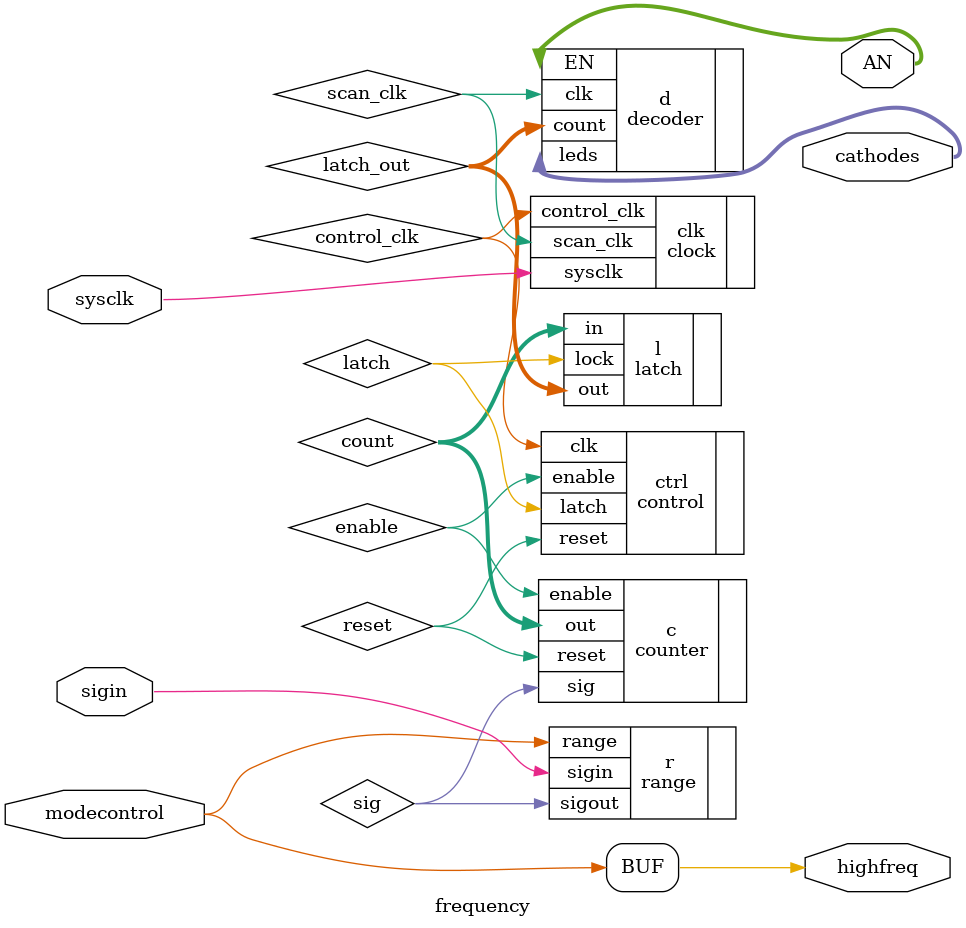
<source format=v>
module frequency (sigin, sysclk, modecontrol, highfreq, cathodes, AN);
input sigin, sysclk, modecontrol;
output highfreq;
output [7:0] cathodes;
output [3:0] AN;

wire [15:0] count, latch_out;
wire scan_clk, control_clk, reset, enable, latch, sig;

assign highfreq = modecontrol;
clock clk(.sysclk(sysclk), .scan_clk(scan_clk), .control_clk(control_clk));
counter c(.reset(reset), .enable(enable), .sig(sig), .out(count));
control ctrl(.clk(control_clk), .reset(reset), .enable(enable), .latch(latch));
range r(.range(modecontrol), .sigin(sigin), .sigout(sig));
latch l(.lock(latch), .in(count), .out(latch_out));
decoder d(.clk(scan_clk), .count(latch_out), .leds(cathodes), .EN(AN));

endmodule

</source>
